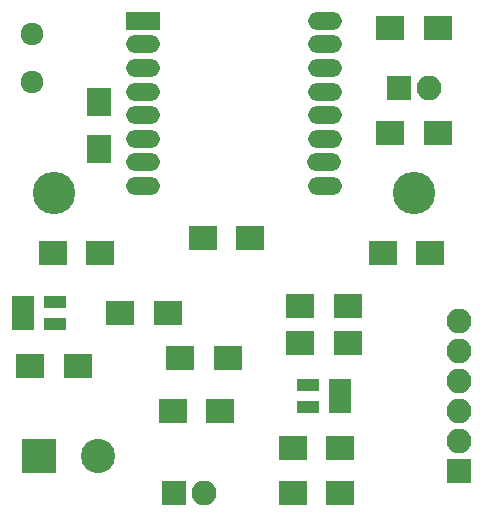
<source format=gbr>
G04 #@! TF.FileFunction,Soldermask,Top*
%FSLAX46Y46*%
G04 Gerber Fmt 4.6, Leading zero omitted, Abs format (unit mm)*
G04 Created by KiCad (PCBNEW 4.0.5) date 2017 May 09, Tuesday 22:40:34*
%MOMM*%
%LPD*%
G01*
G04 APERTURE LIST*
%ADD10C,0.100000*%
%ADD11R,2.900000X1.500000*%
%ADD12O,2.900000X1.500000*%
%ADD13C,1.924000*%
%ADD14R,2.400000X2.000000*%
%ADD15R,2.900000X2.900000*%
%ADD16C,2.900000*%
%ADD17R,2.100000X2.100000*%
%ADD18O,2.100000X2.100000*%
%ADD19R,2.400000X2.100000*%
%ADD20R,2.100000X2.400000*%
%ADD21R,1.960000X1.050000*%
%ADD22C,3.600000*%
G04 APERTURE END LIST*
D10*
D11*
X166940000Y-85725000D03*
D12*
X166940000Y-87725000D03*
X166940000Y-89725000D03*
X166940000Y-91725000D03*
X166940000Y-93725000D03*
X166940000Y-95725000D03*
X166940000Y-97725000D03*
X166940000Y-99725000D03*
X182340000Y-99725000D03*
X182240000Y-97725000D03*
X182340000Y-95725000D03*
X182340000Y-93725000D03*
X182340000Y-91725000D03*
X182340000Y-89725000D03*
X182340000Y-87725000D03*
X182340000Y-85725000D03*
D13*
X157480000Y-86868000D03*
X157480000Y-90932000D03*
D14*
X170085000Y-114300000D03*
X174085000Y-114300000D03*
X163290000Y-105410000D03*
X159290000Y-105410000D03*
D15*
X158115000Y-122555000D03*
D16*
X163115000Y-122555000D03*
D17*
X169545000Y-125730000D03*
D18*
X172085000Y-125730000D03*
D17*
X193675000Y-123825000D03*
D18*
X193675000Y-121285000D03*
X193675000Y-118745000D03*
X193675000Y-116205000D03*
X193675000Y-113665000D03*
X193675000Y-111125000D03*
D19*
X173450000Y-118745000D03*
X169450000Y-118745000D03*
X157385000Y-114935000D03*
X161385000Y-114935000D03*
D20*
X163195000Y-92615000D03*
X163195000Y-96615000D03*
D19*
X169005000Y-110490000D03*
X165005000Y-110490000D03*
X187865000Y-95250000D03*
X191865000Y-95250000D03*
X191230000Y-105410000D03*
X187230000Y-105410000D03*
X191865000Y-86360000D03*
X187865000Y-86360000D03*
D21*
X156765000Y-109540000D03*
X156765000Y-110490000D03*
X156765000Y-111440000D03*
X159465000Y-111440000D03*
X159465000Y-109540000D03*
X183595000Y-118425000D03*
X183595000Y-117475000D03*
X183595000Y-116525000D03*
X180895000Y-116525000D03*
X180895000Y-118425000D03*
D14*
X180245000Y-113030000D03*
X184245000Y-113030000D03*
X183610000Y-125730000D03*
X179610000Y-125730000D03*
X175990000Y-104140000D03*
X171990000Y-104140000D03*
X180245000Y-109855000D03*
X184245000Y-109855000D03*
X183610000Y-121920000D03*
X179610000Y-121920000D03*
D17*
X188595000Y-91440000D03*
D18*
X191135000Y-91440000D03*
D22*
X159385000Y-100330000D03*
X189865000Y-100330000D03*
M02*

</source>
